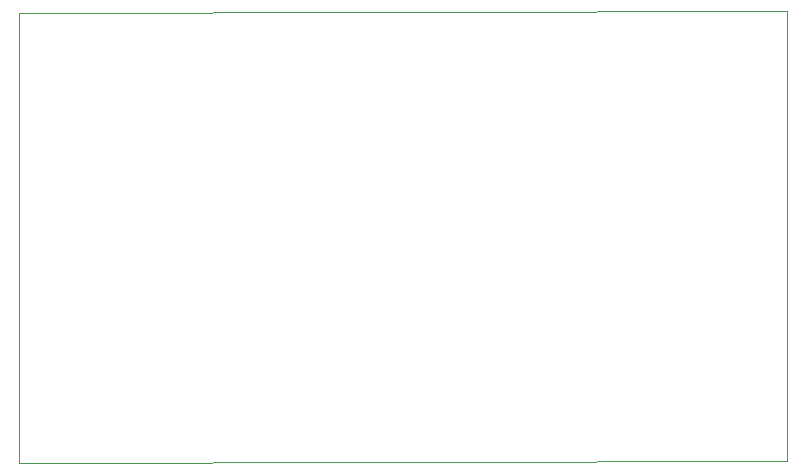
<source format=gbr>
G04 start of page 4 for group 2 idx 2 *
G04 Title: (unknown), outline *
G04 Creator: pcb 20110918 *
G04 CreationDate: Thu Feb 23 21:25:27 2012 UTC *
G04 For: mldelibero *
G04 Format: Gerber/RS-274X *
G04 PCB-Dimensions: 600000 500000 *
G04 PCB-Coordinate-Origin: lower left *
%MOIN*%
%FSLAX25Y25*%
%LNOUTLINE*%
%ADD479C,0.0010*%
G54D479*X91000Y134000D02*Y284000D01*
X346800Y284500D01*
Y134500D02*X91000Y134000D01*
X346800Y284500D02*Y134500D01*
M02*

</source>
